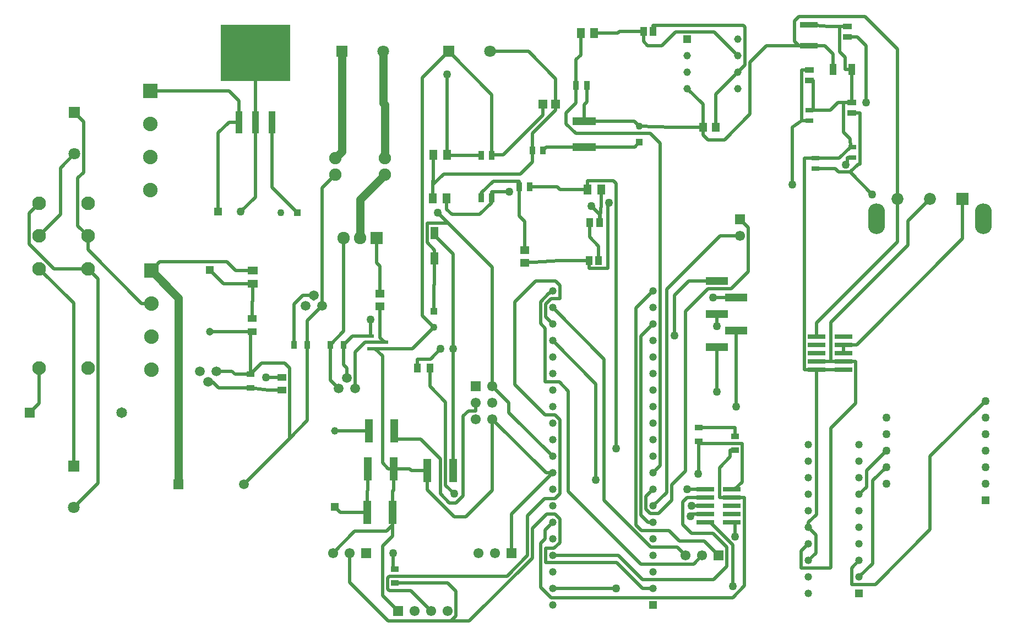
<source format=gbr>
G04*
G04 #@! TF.GenerationSoftware,Altium Limited,Altium Designer,22.4.2 (48)*
G04*
G04 Layer_Physical_Order=1*
G04 Layer_Color=255*
%FSLAX25Y25*%
%MOIN*%
G70*
G04*
G04 #@! TF.SameCoordinates,97987FA3-2DFC-465C-9EA8-C567EA978DF9*
G04*
G04*
G04 #@! TF.FilePolarity,Positive*
G04*
G01*
G75*
%ADD16R,0.03937X0.13386*%
%ADD17R,0.42126X0.33858*%
%ADD18R,0.06102X0.04921*%
%ADD19R,0.05315X0.03937*%
%ADD20R,0.04724X0.03543*%
%ADD21R,0.03543X0.04724*%
%ADD22R,0.05756X0.04953*%
%ADD23R,0.04134X0.02362*%
%ADD24R,0.03937X0.05315*%
%ADD25R,0.04750X0.05938*%
%ADD26R,0.04953X0.05756*%
%ADD27R,0.03780X0.05472*%
%ADD28R,0.13858X0.04921*%
%ADD29R,0.03758X0.04969*%
%ADD30R,0.05333X0.05756*%
%ADD31R,0.04921X0.07677*%
%ADD32R,0.04921X0.13858*%
%ADD33R,0.10984X0.02913*%
%ADD34R,0.03937X0.05315*%
%ADD35R,0.13504X0.05000*%
%ADD36R,0.11102X0.03189*%
%ADD37R,0.04016X0.07165*%
%ADD38R,0.05151X0.02987*%
%ADD39R,0.05472X0.03780*%
%ADD87C,0.07284*%
%ADD88R,0.07284X0.07284*%
G04:AMPARAMS|DCode=89|XSize=102.36mil|YSize=185.04mil|CornerRadius=51.18mil|HoleSize=0mil|Usage=FLASHONLY|Rotation=0.000|XOffset=0mil|YOffset=0mil|HoleType=Round|Shape=RoundedRectangle|*
%AMROUNDEDRECTD89*
21,1,0.10236,0.08268,0,0,0.0*
21,1,0.00000,0.18504,0,0,0.0*
1,1,0.10236,0.00000,-0.04134*
1,1,0.10236,0.00000,-0.04134*
1,1,0.10236,0.00000,0.04134*
1,1,0.10236,0.00000,0.04134*
%
%ADD89ROUNDEDRECTD89*%
G04:AMPARAMS|DCode=90|XSize=102.36mil|YSize=185.04mil|CornerRadius=51.18mil|HoleSize=0mil|Usage=FLASHONLY|Rotation=0.000|XOffset=0mil|YOffset=0mil|HoleType=Round|Shape=RoundedRectangle|*
%AMROUNDEDRECTD90*
21,1,0.10236,0.08268,0,0,0.0*
21,1,0.00000,0.18504,0,0,0.0*
1,1,0.10236,0.00000,-0.04134*
1,1,0.10236,0.00000,-0.04134*
1,1,0.10236,0.00000,0.04134*
1,1,0.10236,0.00000,0.04134*
%
%ADD90ROUNDEDRECTD90*%
%ADD92C,0.02000*%
%ADD93C,0.05000*%
%ADD94C,0.05906*%
%ADD95R,0.07087X0.07087*%
%ADD96C,0.07087*%
%ADD97C,0.04969*%
%ADD98R,0.04969X0.04969*%
%ADD99R,0.07087X0.07087*%
%ADD100R,0.08799X0.08799*%
%ADD101C,0.08799*%
%ADD102C,0.08268*%
%ADD103R,0.06496X0.06496*%
%ADD104C,0.06496*%
%ADD105R,0.04331X0.04331*%
%ADD106C,0.04331*%
%ADD107R,0.05020X0.05020*%
%ADD108C,0.05020*%
%ADD109R,0.05906X0.05906*%
%ADD110R,0.04724X0.04724*%
%ADD111C,0.04724*%
%ADD112R,0.07559X0.07559*%
%ADD113C,0.07559*%
%ADD114C,0.07500*%
%ADD115R,0.04559X0.04559*%
%ADD116C,0.04559*%
%ADD117R,0.04331X0.04331*%
%ADD118R,0.06102X0.06102*%
%ADD119C,0.06102*%
%ADD120R,0.04661X0.04661*%
%ADD121C,0.04661*%
%ADD122R,0.06102X0.06102*%
%ADD123R,0.04528X0.04528*%
%ADD124C,0.04528*%
%ADD125R,0.04685X0.04685*%
%ADD126C,0.04685*%
%ADD127C,0.05000*%
D16*
X236000Y423768D02*
D03*
X246000D02*
D03*
X256000D02*
D03*
D17*
X246000Y465500D02*
D03*
D18*
X244500Y325965D02*
D03*
Y334035D02*
D03*
D19*
X262000Y261500D02*
D03*
Y269374D02*
D03*
X244000Y304874D02*
D03*
Y297000D02*
D03*
D20*
X243000Y262866D02*
D03*
Y271134D02*
D03*
X330500Y153268D02*
D03*
Y145000D02*
D03*
X514500Y230732D02*
D03*
Y239000D02*
D03*
X536500Y225366D02*
D03*
Y233634D02*
D03*
D21*
X291366Y289000D02*
D03*
X299634D02*
D03*
X269366D02*
D03*
X277634D02*
D03*
D22*
X321500Y319846D02*
D03*
Y312154D02*
D03*
X409000Y338500D02*
D03*
Y346193D02*
D03*
D23*
X315669Y294240D02*
D03*
Y286760D02*
D03*
X324331Y290500D02*
D03*
D24*
X481047Y478500D02*
D03*
X486953D02*
D03*
X453953Y340000D02*
D03*
X448047D02*
D03*
X454453Y363000D02*
D03*
X448547D02*
D03*
D25*
X451274Y477500D02*
D03*
X443000D02*
D03*
X353726Y404000D02*
D03*
X362000D02*
D03*
X353500Y377500D02*
D03*
X361774D02*
D03*
X455500Y383000D02*
D03*
X447226D02*
D03*
D26*
X524693Y420500D02*
D03*
X517000D02*
D03*
D27*
X382811Y403500D02*
D03*
X389189D02*
D03*
X446689Y446000D02*
D03*
X440311D02*
D03*
X389189Y378000D02*
D03*
X382811D02*
D03*
X412189Y384500D02*
D03*
X405811D02*
D03*
D28*
X445000Y408705D02*
D03*
Y424295D02*
D03*
D29*
X420054Y406500D02*
D03*
X413946D02*
D03*
D30*
X427842Y434500D02*
D03*
X420158D02*
D03*
D31*
X354500Y356677D02*
D03*
Y341323D02*
D03*
D32*
X350205Y213000D02*
D03*
X365795D02*
D03*
X314205Y214000D02*
D03*
X329795D02*
D03*
X313705Y187500D02*
D03*
X329295D02*
D03*
X314705Y237000D02*
D03*
X330295D02*
D03*
D33*
X534512Y201500D02*
D03*
Y196500D02*
D03*
Y191500D02*
D03*
Y186500D02*
D03*
Y181500D02*
D03*
X518488D02*
D03*
Y186500D02*
D03*
Y191500D02*
D03*
Y196500D02*
D03*
Y201500D02*
D03*
X585988Y274000D02*
D03*
Y279000D02*
D03*
Y284000D02*
D03*
Y289000D02*
D03*
Y294000D02*
D03*
X602012D02*
D03*
Y289000D02*
D03*
Y284000D02*
D03*
Y279000D02*
D03*
Y274000D02*
D03*
D34*
X351937Y275000D02*
D03*
X344063D02*
D03*
D35*
X525504Y287500D02*
D03*
X537000Y297500D02*
D03*
X525504Y307500D02*
D03*
X537000Y317500D02*
D03*
X525504Y327500D02*
D03*
D36*
X581000Y470000D02*
D03*
Y482598D02*
D03*
D37*
X595988Y455500D02*
D03*
X607012D02*
D03*
D38*
X585000Y402000D02*
D03*
Y395491D02*
D03*
X607500Y408755D02*
D03*
Y402245D02*
D03*
X581500Y431000D02*
D03*
Y424491D02*
D03*
D39*
X607000Y435689D02*
D03*
Y429311D02*
D03*
X581500Y449000D02*
D03*
Y455378D02*
D03*
X604500Y481689D02*
D03*
Y475311D02*
D03*
D87*
X634815Y377331D02*
D03*
X654500D02*
D03*
D88*
X674185D02*
D03*
D89*
X686783Y365126D02*
D03*
D90*
X622217D02*
D03*
D92*
X217500Y266500D02*
X220063D01*
X315900Y294240D02*
Y304400D01*
X274663Y319063D02*
X281500D01*
X269366Y313766D02*
X274663Y319063D01*
X280219Y317781D02*
X281500Y316500D01*
X555600Y470000D02*
X575000D01*
X389189Y404100D02*
Y440311D01*
Y404100D02*
X396300D01*
X585900Y294000D02*
Y302300D01*
X536400Y173100D02*
Y181500D01*
X318600Y286760D02*
X341260D01*
X218500Y297000D02*
X243000D01*
X329295Y180000D02*
Y187500D01*
Y173348D02*
Y180000D01*
X243000Y271134D02*
Y297000D01*
X266700Y232200D02*
X277634Y243134D01*
X356500Y369000D02*
X362900Y362600D01*
X362000Y403500D02*
X382811D01*
X365795Y286500D02*
Y344005D01*
Y213000D02*
Y286500D01*
X390000Y388105D02*
X405811D01*
X389189Y381500D02*
X399900D01*
X330295Y231900D02*
X346100D01*
X602200Y435689D02*
X607000D01*
X598889D02*
X602200D01*
X599700Y481689D02*
X604500D01*
X593109D02*
X599700D01*
X583959Y431000D02*
X594200D01*
X581500D02*
X583959D01*
X585900Y274000D02*
X585988D01*
X578400D02*
X585900D01*
X583959Y431000D02*
Y449000D01*
X585900Y186400D02*
Y274000D01*
X604500Y398900D02*
Y402245D01*
X364400Y121800D02*
X375600D01*
X326500D02*
X364400D01*
X525500Y260600D02*
Y287500D01*
X525600Y300352D02*
Y307500D01*
X533500Y221200D02*
Y225366D01*
X514500Y229300D02*
X540900D01*
X514500D02*
Y230732D01*
Y211000D02*
Y229300D01*
X353641Y385877D02*
X360000Y392236D01*
X353500Y385736D02*
X353641Y385877D01*
X353726Y390926D01*
X353500Y377500D02*
X353641Y385877D01*
X329400Y153268D02*
Y163000D01*
X363000Y466500D02*
X389189Y440311D01*
X445000Y424295D02*
X475547D01*
X478500Y421343D01*
X498643Y420500D02*
X517000D01*
X478500Y421343D02*
X498643Y420500D01*
X534512Y181500D02*
X536400D01*
X350205Y201395D02*
Y213000D01*
Y201395D02*
X366600Y185000D01*
X373400D01*
X389500Y201100D01*
Y244000D01*
X277634Y243134D02*
Y289000D01*
X243000Y297000D02*
X244000D01*
X347039Y306461D02*
X354000Y299500D01*
X347039Y306461D02*
Y450539D01*
X363000Y466500D01*
X246000Y378220D02*
Y423768D01*
X237280Y369500D02*
X246000Y378220D01*
X234065Y334035D02*
X244500D01*
X228900Y339200D02*
X234065Y334035D01*
X188200Y339200D02*
X228900D01*
X183000Y334000D02*
X188200Y339200D01*
X144764Y346536D02*
Y354921D01*
Y346536D02*
X177300Y314000D01*
X183000D01*
X445000Y408705D02*
X475705D01*
X478500Y411500D01*
X422259Y408705D02*
X445000D01*
X420054Y406500D02*
X422259Y408705D01*
X297437Y187500D02*
X313705D01*
X294000Y190937D02*
X297437Y187500D01*
X256000Y384343D02*
Y423768D01*
Y384343D02*
X271343Y369000D01*
X389500Y264000D02*
Y336000D01*
X443000Y464389D02*
Y477500D01*
X440311Y461700D02*
X443000Y464389D01*
X440311Y446000D02*
Y461700D01*
X362000Y403500D02*
Y404000D01*
X464500Y226300D02*
Y386700D01*
X462900Y388300D02*
X464500Y386700D01*
X447226Y388300D02*
X462900D01*
X447226Y383000D02*
Y388300D01*
X389189Y378000D02*
Y381500D01*
X594200Y431000D02*
X598889Y435689D01*
X606300Y413500D02*
X606400Y408755D01*
X602200Y417600D02*
X606300Y413500D01*
X602200Y417600D02*
Y435689D01*
X581000Y482598D02*
X593109Y481689D01*
X580988Y158500D02*
X585400Y162912D01*
Y174088D01*
X580988Y178500D02*
X585400Y174088D01*
X604500Y402245D02*
X607500D01*
X603600Y398000D02*
X604500Y398900D01*
X571200Y420691D02*
X576700Y424491D01*
X571200Y385973D02*
Y420691D01*
X602012Y289000D02*
X610000D01*
X674185Y353185D01*
Y377331D01*
X585000Y395491D02*
X597085D01*
X599125Y393451D01*
X606049D02*
X610997Y398400D01*
X612100D01*
Y429311D01*
X607000D02*
X612100D01*
X599125Y393451D02*
X606049D01*
X619500Y380000D01*
X115236Y253748D02*
Y275000D01*
X109488Y248000D02*
X115236Y253748D01*
X449453Y373000D02*
X454453Y368000D01*
Y363000D02*
Y368000D01*
X455500Y374047D02*
Y383000D01*
X454453Y363000D02*
X455500Y374047D01*
X430000Y340000D02*
X448047D01*
X409000Y338500D02*
X430000Y340000D01*
X361300Y204100D02*
X366600Y198800D01*
X361300Y204100D02*
Y254437D01*
X351937Y263800D02*
X361300Y254437D01*
X351937Y263800D02*
Y275000D01*
X330500Y145000D02*
X362600D01*
X367600Y140000D01*
Y125000D02*
Y140000D01*
X364400Y121800D02*
X367600Y125000D01*
X303000Y145300D02*
X326500Y121800D01*
X303000Y145300D02*
Y163000D01*
X375600Y121800D02*
X413900Y160100D01*
Y178000D01*
X422400Y186500D01*
X427500D01*
X430400Y183600D01*
Y169400D02*
Y183600D01*
X426831Y165831D02*
X430400Y169400D01*
X421669Y165831D02*
X426831D01*
X421669Y157169D02*
Y165831D01*
Y157169D02*
X464731D01*
X480400Y141500D01*
X486748D01*
Y191500D02*
X495000Y199752D01*
Y322500D01*
X527500Y355000D01*
X539500D01*
X525500Y287500D02*
X525504D01*
X523100Y317500D02*
X537000D01*
X508400Y327500D02*
X525504D01*
X499800Y318900D02*
X508400Y327500D01*
X499800Y294552D02*
Y318900D01*
X426000Y311500D02*
X457197Y280303D01*
Y194803D02*
Y280303D01*
Y194803D02*
X485400Y166600D01*
X501400D01*
X506500Y161500D01*
X426000Y291500D02*
X452200Y265300D01*
Y207200D02*
Y265300D01*
X510100Y191500D02*
X518488D01*
X426000Y141500D02*
X464500D01*
X509400Y185300D02*
X510600Y186500D01*
X518488D01*
X427842Y434500D02*
Y450000D01*
X411342Y466500D02*
X427842Y450000D01*
X388000Y466500D02*
X411342D01*
X353726Y390926D02*
Y404000D01*
X223697Y262866D02*
X243000D01*
X220063Y266500D02*
X223697Y262866D01*
X253866Y261500D02*
X262000D01*
X243000Y262866D02*
X253866Y261500D01*
X315669Y294240D02*
X315900D01*
X304874D02*
X315669D01*
X299634Y289000D02*
X304874Y294240D01*
X312500Y290500D02*
X324331D01*
X306500Y284500D02*
X312500Y290500D01*
X306500Y262500D02*
Y284500D01*
X321500Y293331D02*
Y312154D01*
Y293331D02*
X324331Y290500D01*
X319500Y338700D02*
Y353500D01*
Y338700D02*
X321500Y336700D01*
Y319846D02*
Y336700D01*
X511400Y156400D02*
X516500Y161500D01*
X479400Y156400D02*
X511400D01*
X435600Y200200D02*
X479400Y156400D01*
X435600Y200200D02*
Y261000D01*
X430000Y266600D02*
X435600Y261000D01*
X421600Y266600D02*
X430000D01*
X421600D02*
Y298904D01*
X418669Y301835D02*
X421600Y298904D01*
X418669Y301835D02*
Y315000D01*
X423827Y320157D01*
X424657D01*
X426000Y321500D01*
X389500Y264000D02*
X399425Y254075D01*
Y248075D02*
Y254075D01*
Y248075D02*
X426000Y221500D01*
X534512Y196500D02*
X542300D01*
Y143131D02*
Y196500D01*
X535000Y135831D02*
X542300Y143131D01*
X425000Y135831D02*
X535000D01*
X418669Y142162D02*
X425000Y135831D01*
X418669Y142162D02*
Y168831D01*
X421600Y171762D01*
Y177100D01*
X426000Y181500D01*
X401000Y163000D02*
Y186500D01*
X426000Y211500D01*
X323138Y137362D02*
X332500Y128000D01*
X323138Y137362D02*
Y167191D01*
X329295Y173348D01*
X340300Y140200D02*
X352500Y128000D01*
X327138Y140200D02*
X340300D01*
X326138Y141200D02*
X327138Y140200D01*
X326138Y141200D02*
Y148038D01*
X327200Y149100D01*
X398500D01*
X410900Y161500D01*
Y185600D01*
X421300Y196000D01*
X427500D01*
X430400Y198900D01*
Y243600D01*
X427500Y246500D02*
X430400Y243600D01*
X421500Y246500D02*
X427500D01*
X403000Y265000D02*
X421500Y246500D01*
X403000Y265000D02*
Y314843D01*
X415857Y327700D01*
X427700D01*
X430400Y325000D01*
Y317100D02*
Y325000D01*
X425100Y317100D02*
X430400D01*
X421669Y313669D02*
X425100Y317100D01*
X421669Y305831D02*
Y313669D01*
Y305831D02*
X426000Y301500D01*
X607200Y154082D02*
X611618Y158500D01*
X607200Y144100D02*
Y154082D01*
Y144100D02*
X621400D01*
X654600Y177300D01*
Y221600D01*
X688000Y255000D01*
X518488Y181500D02*
X521600D01*
X535000Y168100D01*
Y142900D02*
Y168100D01*
X426000Y161500D02*
X465700D01*
X480400Y146800D01*
X523400D01*
X531600Y155000D01*
Y166600D01*
X523100Y175100D02*
X531600Y166600D01*
X510000Y175100D02*
X523100D01*
X504900Y180200D02*
X510000Y175100D01*
X504900Y180200D02*
Y193900D01*
X507500Y196500D01*
X518488D01*
X362900Y362600D02*
X389500Y336000D01*
X350039Y362600D02*
X362900D01*
X350039Y350800D02*
Y362600D01*
Y350800D02*
X354500Y346339D01*
Y341323D02*
Y346339D01*
X136000Y215500D02*
Y314315D01*
X115236Y335079D02*
X136000Y314315D01*
X545600Y460000D02*
X555600Y470000D01*
X545600Y428600D02*
Y460000D01*
X530000Y413000D02*
X545600Y428600D01*
X520000Y413000D02*
X530000D01*
X517000Y416000D02*
X520000Y413000D01*
X517000Y416000D02*
Y420500D01*
X619800Y206800D02*
X628000Y215000D01*
X619800Y156682D02*
Y206800D01*
X611618Y148500D02*
X619800Y156682D01*
X344063Y275000D02*
Y280300D01*
X352100D01*
X358300Y286500D01*
X329400Y153268D02*
X330500D01*
X507500Y201500D02*
X518488D01*
X517700Y170300D02*
X526500Y161500D01*
X502800Y170300D02*
X517700D01*
X496600Y176500D02*
X502800Y170300D01*
X479917Y176500D02*
X496600D01*
X476417Y180000D02*
X479917Y176500D01*
X476417Y180000D02*
Y311169D01*
X486748Y321500D01*
X379500Y249100D02*
Y254000D01*
X375000Y249100D02*
X379500D01*
X371700Y245800D02*
X375000Y249100D01*
X371700Y197500D02*
Y245800D01*
X367536Y193336D02*
X371700Y197500D01*
X363564Y193336D02*
X367536D01*
X358000Y198900D02*
X363564Y193336D01*
X358000Y198900D02*
Y220000D01*
X346100Y231900D02*
X358000Y220000D01*
X330295Y231900D02*
Y237000D01*
X538248Y454000D02*
X542600Y458352D01*
Y481200D01*
X541500Y482300D02*
X542600Y481200D01*
X486953Y482300D02*
X541500D01*
X486953Y478500D02*
Y482300D01*
X481047Y472500D02*
Y478500D01*
Y472500D02*
X483547Y470000D01*
X492100D01*
X500400Y478300D01*
X523948D01*
X538248Y464000D01*
X448047Y335300D02*
Y340000D01*
Y335300D02*
X459600D01*
Y374700D01*
X460000Y375100D01*
X585000Y402000D02*
X599645D01*
X606400Y408755D01*
X607500D01*
X604500Y475311D02*
X610589D01*
X615900Y470000D01*
Y435616D02*
Y470000D01*
X634815Y377331D02*
Y467785D01*
X615100Y487500D02*
X634815Y467785D01*
X575000Y487500D02*
X615100D01*
X572500Y485000D02*
X575000Y487500D01*
X572500Y472500D02*
Y485000D01*
Y472500D02*
X575000Y470000D01*
X581000D01*
X405811Y384500D02*
Y388105D01*
X382811Y380916D02*
X390000Y388105D01*
X382811Y378000D02*
Y380916D01*
X362000Y404000D02*
Y452700D01*
X354500Y355300D02*
Y356677D01*
Y355300D02*
X365795Y344005D01*
X353500Y377500D02*
Y385736D01*
X360000Y392236D02*
X406536D01*
X413946Y399646D01*
Y406500D01*
X182500Y442500D02*
X230000D01*
X236000Y436500D01*
Y423768D02*
Y436500D01*
X286500Y312563D02*
Y384000D01*
X294500Y392000D01*
X239000Y204500D02*
X266700Y232200D01*
Y275000D01*
X263800Y277900D02*
X266700Y275000D01*
X249834Y277900D02*
X263800D01*
X243068Y271134D02*
X249834Y277900D01*
X243000Y271134D02*
X243068D01*
X517000Y420500D02*
Y434500D01*
X507500Y444000D02*
X517000Y434500D01*
X514300Y210800D02*
X514500Y211000D01*
X482417Y197169D02*
X486748Y201500D01*
X482417Y189683D02*
Y197169D01*
Y189683D02*
X485000Y187100D01*
X490000D01*
X498000Y195100D01*
Y204200D01*
X506400Y212600D01*
Y309400D01*
X520000Y323000D01*
X534300D01*
X544600Y333300D01*
Y359900D01*
X539500Y365000D02*
X544600Y359900D01*
X536500Y233634D02*
Y239000D01*
X514500D02*
X536500D01*
X479417Y294169D02*
X486748Y301500D01*
X479417Y185930D02*
Y294169D01*
Y185930D02*
X483847Y181500D01*
X486748D01*
X422000Y211500D02*
X426000D01*
X389500Y244000D02*
X422000Y211500D01*
X252400Y269374D02*
X262000D01*
X525504Y307500D02*
X525600D01*
X537000Y251500D02*
Y297500D01*
X602012Y279000D02*
X609600D01*
Y253700D02*
Y279000D01*
X594400Y238500D02*
X609600Y253700D01*
X594400Y154400D02*
Y238500D01*
X594100Y154100D02*
X594400Y154400D01*
X576600Y154100D02*
X594100D01*
X576600D02*
Y164112D01*
X580988Y168500D01*
X594500Y279000D02*
X602012D01*
X585988D02*
X594500D01*
X585900Y294000D02*
X585988D01*
X585900Y302300D02*
X634815Y351215D01*
Y377331D01*
X641100Y363931D02*
X654500Y377331D01*
X641100Y349200D02*
Y363931D01*
X594500Y302600D02*
X641100Y349200D01*
X594500Y279000D02*
Y302600D01*
X301500Y269000D02*
Y274934D01*
X299634Y276800D02*
X301500Y274934D01*
X299634Y276800D02*
Y289000D01*
X291366Y267634D02*
Y289000D01*
Y267634D02*
X296500Y262500D01*
X389189Y403500D02*
Y404100D01*
X396300D02*
X420158Y427958D01*
Y434500D01*
X581000Y470000D02*
X590988D01*
X595988Y465000D01*
Y455500D02*
Y465000D01*
X109100Y368628D02*
X115236Y374764D01*
X109100Y350000D02*
Y368628D01*
Y350000D02*
X124021Y335079D01*
X144764D01*
X533500Y225366D02*
X536500D01*
X527000Y214700D02*
X533500Y221200D01*
X527000Y196500D02*
Y214700D01*
Y196500D02*
X534512D01*
X540900Y206100D02*
Y229300D01*
X536300Y201500D02*
X540900Y206100D01*
X534512Y201500D02*
X536300D01*
X293000Y163000D02*
X306200Y176200D01*
X325495D01*
X329295Y180000D01*
X611618Y198500D02*
X616100Y202982D01*
Y213100D01*
X628000Y225000D01*
X413946Y406500D02*
Y417046D01*
X427842Y430942D01*
Y434500D01*
X269366Y289000D02*
Y313766D01*
X128100Y396100D02*
X136500Y404500D01*
X128100Y367785D02*
Y396100D01*
X115236Y354921D02*
X128100Y367785D01*
X524693Y440445D02*
X538248Y454000D01*
X524693Y420500D02*
Y440445D01*
X277634Y289000D02*
Y303697D01*
X286500Y312563D01*
X341260Y286760D02*
X354000Y299500D01*
X226937Y325965D02*
X244500D01*
X218500Y334402D02*
X226937Y325965D01*
X486748Y211500D02*
X491100Y215852D01*
Y410800D01*
X485000Y416900D02*
X491100Y410800D01*
X440000Y416900D02*
X485000D01*
X434300Y422600D02*
X440000Y416900D01*
X434300Y422600D02*
Y429200D01*
X440311Y435211D01*
Y446000D01*
X230000Y423768D02*
X236000D01*
X223500Y417268D02*
X230000Y423768D01*
X223500Y369500D02*
Y417268D01*
X326500Y214000D02*
X329795D01*
X323000Y217500D02*
X326500Y214000D01*
X323000Y217500D02*
Y282360D01*
X318600Y286760D02*
X323000Y282360D01*
X315669Y286760D02*
X318600D01*
X299500Y297134D02*
Y353500D01*
X291366Y289000D02*
X299500Y297134D01*
X138600Y361085D02*
X144764Y354921D01*
X138600Y361085D02*
Y389900D01*
X142100Y393400D01*
Y423900D01*
X136500Y429500D02*
X142100Y423900D01*
X603100Y455500D02*
X607012D01*
X603100D02*
Y462800D01*
X599700Y466200D02*
X603100Y462800D01*
X599700Y466200D02*
Y481689D01*
X136000Y190500D02*
X150900Y205400D01*
Y328943D01*
X144764Y335079D02*
X150900Y328943D01*
X580988Y178500D02*
Y181488D01*
X585900Y186400D01*
X389189Y375000D02*
Y378000D01*
X381989Y367800D02*
X389189Y375000D01*
X365000Y367800D02*
X381989D01*
X361774Y371026D02*
X365000Y367800D01*
X361774Y371026D02*
Y377500D01*
X578400Y402000D02*
X585000D01*
X578400Y274000D02*
Y402000D01*
X581500Y449000D02*
X583959D01*
X576700Y424491D02*
X581500D01*
X576700D02*
Y455378D01*
X581500D01*
X446689Y435989D02*
Y446000D01*
X445000Y434300D02*
X446689Y435989D01*
X445000Y424295D02*
Y434300D01*
X329795Y201000D02*
Y214000D01*
X329295Y200500D02*
X329795Y201000D01*
X329295Y187500D02*
Y200500D01*
X340500Y213000D02*
X350205D01*
X339500Y214000D02*
X340500Y213000D01*
X329795Y214000D02*
X339500D01*
X233666Y271134D02*
X243000D01*
X231800Y273000D02*
X233666Y271134D01*
X222500Y273000D02*
X231800D01*
X246000Y423768D02*
Y465500D01*
X314205Y201000D02*
Y214000D01*
X313705Y200500D02*
X314205Y201000D01*
X313705Y187500D02*
Y200500D01*
X354500Y325500D02*
Y341323D01*
X354000Y325000D02*
X354500Y325500D01*
X354000Y309343D02*
Y325000D01*
X405811Y366889D02*
Y384500D01*
Y366889D02*
X409000Y363700D01*
Y346193D02*
Y363700D01*
X430400Y383000D02*
X447226D01*
X428900Y384500D02*
X430400Y383000D01*
X412189Y384500D02*
X428900D01*
X294000Y237000D02*
X314705D01*
X607012Y445512D02*
Y455500D01*
X607000Y445500D02*
X607012Y445512D01*
X607000Y435689D02*
Y445500D01*
X585988Y274000D02*
X602012D01*
Y284000D02*
Y289000D01*
X244500Y315600D02*
Y325965D01*
X244000Y315100D02*
X244500Y315600D01*
X244000Y304874D02*
Y315100D01*
X466600Y478500D02*
X481047D01*
X465600Y477500D02*
X466600Y478500D01*
X451274Y477500D02*
X465600D01*
X448547Y354106D02*
Y363000D01*
Y354106D02*
X453953Y348700D01*
Y340000D02*
Y348700D01*
D93*
X183000Y334000D02*
X199630Y317370D01*
Y204500D02*
Y317370D01*
X298500Y406000D02*
Y466500D01*
X294500Y402000D02*
X298500Y406000D01*
X323500Y435300D02*
Y466500D01*
Y435300D02*
X324500Y434300D01*
Y402000D02*
Y434300D01*
X309500Y353500D02*
Y377000D01*
X324500Y392000D01*
D94*
X212500Y273000D02*
D03*
X217500Y266500D02*
D03*
X222500Y273000D02*
D03*
X296500Y262500D02*
D03*
X301500Y269000D02*
D03*
X306500Y262500D02*
D03*
X286500Y312563D02*
D03*
X281500Y319063D02*
D03*
X276500Y312563D02*
D03*
X239000Y204500D02*
D03*
D95*
X298500Y466500D02*
D03*
X363000D02*
D03*
D96*
X323500D02*
D03*
X136500Y404500D02*
D03*
X136000Y190500D02*
D03*
X388000Y466500D02*
D03*
D97*
X628000Y225000D02*
D03*
Y215000D02*
D03*
Y205000D02*
D03*
Y235000D02*
D03*
Y245000D02*
D03*
X688000Y225000D02*
D03*
Y235000D02*
D03*
Y245000D02*
D03*
Y215000D02*
D03*
Y205000D02*
D03*
Y255000D02*
D03*
D98*
Y195000D02*
D03*
D99*
X136500Y429500D02*
D03*
X136000Y215500D02*
D03*
D100*
X182500Y442500D02*
D03*
X183000Y334000D02*
D03*
D101*
X182500Y422500D02*
D03*
Y402500D02*
D03*
Y382500D02*
D03*
X183000Y314000D02*
D03*
Y294000D02*
D03*
Y274000D02*
D03*
D102*
X144764Y275000D02*
D03*
Y335079D02*
D03*
Y354921D02*
D03*
Y374764D02*
D03*
X115236D02*
D03*
Y354921D02*
D03*
Y335079D02*
D03*
Y275000D02*
D03*
D103*
X109488Y248000D02*
D03*
D104*
X165000D02*
D03*
D105*
X271343Y369000D02*
D03*
D106*
X261500D02*
D03*
X478500Y421343D02*
D03*
X354000Y299500D02*
D03*
D107*
X223500Y369500D02*
D03*
D108*
X237280D02*
D03*
D109*
X199630Y204500D02*
D03*
D110*
X218500Y334402D02*
D03*
D111*
Y297000D02*
D03*
D112*
X319500Y353500D02*
D03*
D113*
X309500D02*
D03*
X299500D02*
D03*
D114*
X324500Y392000D02*
D03*
Y402000D02*
D03*
X294500D02*
D03*
Y392000D02*
D03*
D115*
X507500Y474000D02*
D03*
D116*
Y464000D02*
D03*
Y454000D02*
D03*
Y444000D02*
D03*
X538248D02*
D03*
Y454000D02*
D03*
Y464000D02*
D03*
Y474000D02*
D03*
D117*
X478500Y411500D02*
D03*
X354000Y309343D02*
D03*
D118*
X401000Y163000D02*
D03*
X313000D02*
D03*
X332500Y128000D02*
D03*
X526500Y161500D02*
D03*
D119*
X391000Y163000D02*
D03*
X381000D02*
D03*
X303000D02*
D03*
X293000D02*
D03*
X539500Y355000D02*
D03*
X389500Y264000D02*
D03*
X379500Y254000D02*
D03*
Y244000D02*
D03*
X389500Y254000D02*
D03*
Y244000D02*
D03*
X342500Y128000D02*
D03*
X352500D02*
D03*
X362500D02*
D03*
X516500Y161500D02*
D03*
X506500D02*
D03*
D120*
X486748Y131500D02*
D03*
D121*
Y141500D02*
D03*
Y151500D02*
D03*
Y161500D02*
D03*
Y171500D02*
D03*
Y181500D02*
D03*
Y191500D02*
D03*
Y201500D02*
D03*
Y211500D02*
D03*
Y221500D02*
D03*
Y231500D02*
D03*
Y241500D02*
D03*
Y251500D02*
D03*
Y261500D02*
D03*
Y271500D02*
D03*
Y281500D02*
D03*
Y291500D02*
D03*
Y301500D02*
D03*
Y311500D02*
D03*
Y321500D02*
D03*
X426000D02*
D03*
Y311500D02*
D03*
Y301500D02*
D03*
Y291500D02*
D03*
Y281500D02*
D03*
Y271500D02*
D03*
Y261500D02*
D03*
Y251500D02*
D03*
Y241500D02*
D03*
Y231500D02*
D03*
Y221500D02*
D03*
Y211500D02*
D03*
Y201500D02*
D03*
Y191500D02*
D03*
Y181500D02*
D03*
Y171500D02*
D03*
Y161500D02*
D03*
Y151500D02*
D03*
Y141500D02*
D03*
Y131500D02*
D03*
D122*
X539500Y365000D02*
D03*
X379500Y264000D02*
D03*
D123*
X294000Y190937D02*
D03*
D124*
Y237000D02*
D03*
D125*
X611618Y138500D02*
D03*
D126*
Y148500D02*
D03*
Y158500D02*
D03*
Y168500D02*
D03*
Y178500D02*
D03*
Y188500D02*
D03*
Y198500D02*
D03*
Y208500D02*
D03*
Y218500D02*
D03*
Y228500D02*
D03*
X580988D02*
D03*
Y218500D02*
D03*
Y208500D02*
D03*
Y198500D02*
D03*
Y188500D02*
D03*
Y178500D02*
D03*
Y168500D02*
D03*
Y158500D02*
D03*
Y148500D02*
D03*
Y138500D02*
D03*
D127*
X536400Y173100D02*
D03*
X356500Y369000D02*
D03*
X365795Y286500D02*
D03*
X464500Y226300D02*
D03*
X399900Y381500D02*
D03*
X603600Y398000D02*
D03*
X571200Y385973D02*
D03*
X619500Y380000D02*
D03*
X449453Y373000D02*
D03*
X366600Y198800D02*
D03*
X525500Y260600D02*
D03*
X523100Y317500D02*
D03*
X499800Y294552D02*
D03*
X452200Y207200D02*
D03*
X510100Y191500D02*
D03*
X464500Y141500D02*
D03*
X509400Y185300D02*
D03*
X315900Y304400D02*
D03*
X535000Y142900D02*
D03*
X358300Y286500D02*
D03*
X329400Y163000D02*
D03*
X507500Y201500D02*
D03*
X460000Y375100D02*
D03*
X615900Y435616D02*
D03*
X362000Y452700D02*
D03*
X514300Y210800D02*
D03*
X252400Y269374D02*
D03*
X525600Y300352D02*
D03*
X537000Y251500D02*
D03*
M02*

</source>
